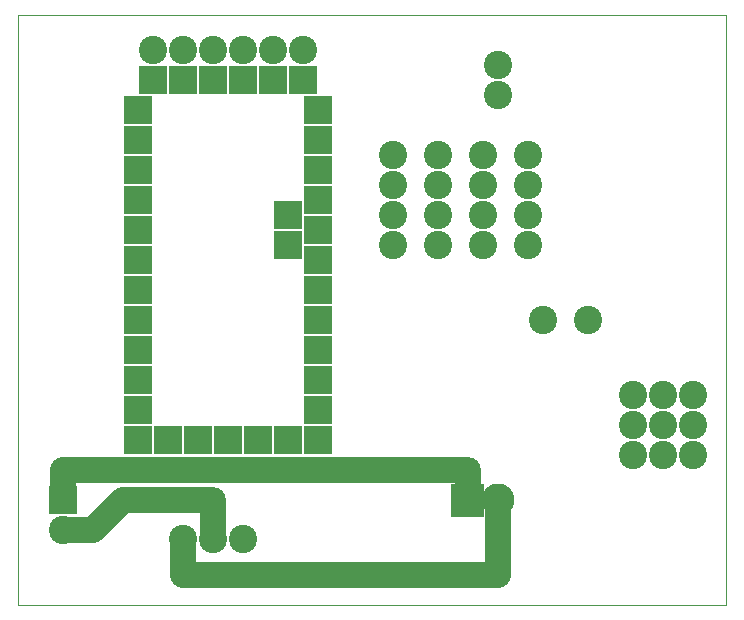
<source format=gbr>
%FSLAX34Y34*%
%MOMM*%
%LNSOLDERMASK_TOP*%
G71*
G01*
%ADD10C, 0.00*%
%ADD11C, 2.40*%
%ADD12C, 2.20*%
%ADD13C, 2.80*%
%LPD*%
G54D10*
X0Y500000D02*
X600000Y500000D01*
X600000Y0D01*
X0Y0D01*
X0Y500000D01*
X114300Y469900D02*
G54D11*
D03*
X139700Y469900D02*
G54D11*
D03*
X165100Y469900D02*
G54D11*
D03*
X190500Y469900D02*
G54D11*
D03*
X215900Y469900D02*
G54D11*
D03*
X241300Y469900D02*
G54D11*
D03*
G54D12*
X38100Y88900D02*
X38100Y114300D01*
X381000Y114300D01*
X381000Y88900D01*
G54D12*
X38100Y63500D02*
X63500Y63500D01*
X88900Y88900D01*
X165100Y88900D01*
X165100Y55900D01*
G54D12*
X139700Y55900D02*
X139700Y25400D01*
X406400Y25400D01*
X406400Y88900D01*
X406400Y457200D02*
G54D11*
D03*
X406400Y431800D02*
G54D11*
D03*
X406400Y457200D02*
G54D11*
D03*
X406400Y431800D02*
G54D11*
D03*
X571500Y177800D02*
G54D11*
D03*
X571500Y152400D02*
G54D11*
D03*
X38100Y88900D02*
G54D11*
D03*
X38100Y63500D02*
G54D11*
D03*
X139700Y55900D02*
G54D11*
D03*
X165100Y55900D02*
G54D11*
D03*
X190500Y55900D02*
G54D11*
D03*
X431800Y381000D02*
G54D11*
D03*
X431800Y355600D02*
G54D11*
D03*
X431800Y330200D02*
G54D11*
D03*
X431800Y304800D02*
G54D11*
D03*
X444500Y241300D02*
G54D11*
D03*
X482600Y241300D02*
G54D11*
D03*
X393700Y304800D02*
G54D11*
D03*
X393700Y330200D02*
G54D11*
D03*
X393700Y355600D02*
G54D11*
D03*
X393700Y381000D02*
G54D11*
D03*
X355600Y381000D02*
G54D11*
D03*
X355600Y355600D02*
G54D11*
D03*
X355600Y330200D02*
G54D11*
D03*
X355600Y304800D02*
G54D11*
D03*
X317500Y304800D02*
G54D11*
D03*
X317500Y330200D02*
G54D11*
D03*
X317500Y355600D02*
G54D11*
D03*
X317500Y381000D02*
G54D11*
D03*
G36*
X242000Y431100D02*
X266000Y431100D01*
X266000Y407100D01*
X242000Y407100D01*
X242000Y431100D01*
G37*
G36*
X242000Y405700D02*
X266000Y405700D01*
X266000Y381700D01*
X242000Y381700D01*
X242000Y405700D01*
G37*
G36*
X242000Y380300D02*
X266000Y380300D01*
X266000Y356300D01*
X242000Y356300D01*
X242000Y380300D01*
G37*
G36*
X242000Y354900D02*
X266000Y354900D01*
X266000Y330900D01*
X242000Y330900D01*
X242000Y354900D01*
G37*
G36*
X242000Y329500D02*
X266000Y329500D01*
X266000Y305500D01*
X242000Y305500D01*
X242000Y329500D01*
G37*
G36*
X216600Y342200D02*
X240600Y342200D01*
X240600Y318200D01*
X216600Y318200D01*
X216600Y342200D01*
G37*
G36*
X216600Y316800D02*
X240600Y316800D01*
X240600Y292800D01*
X216600Y292800D01*
X216600Y316800D01*
G37*
G36*
X242000Y304100D02*
X266000Y304100D01*
X266000Y280100D01*
X242000Y280100D01*
X242000Y304100D01*
G37*
G36*
X242000Y278700D02*
X266000Y278700D01*
X266000Y254700D01*
X242000Y254700D01*
X242000Y278700D01*
G37*
G36*
X242000Y253300D02*
X266000Y253300D01*
X266000Y229300D01*
X242000Y229300D01*
X242000Y253300D01*
G37*
G36*
X242000Y227900D02*
X266000Y227900D01*
X266000Y203900D01*
X242000Y203900D01*
X242000Y227900D01*
G37*
G36*
X242000Y202500D02*
X266000Y202500D01*
X266000Y178500D01*
X242000Y178500D01*
X242000Y202500D01*
G37*
G36*
X242000Y177100D02*
X266000Y177100D01*
X266000Y153100D01*
X242000Y153100D01*
X242000Y177100D01*
G37*
G36*
X242000Y151700D02*
X266000Y151700D01*
X266000Y127700D01*
X242000Y127700D01*
X242000Y151700D01*
G37*
G36*
X216600Y151700D02*
X240600Y151700D01*
X240600Y127700D01*
X216600Y127700D01*
X216600Y151700D01*
G37*
G36*
X191200Y151700D02*
X215200Y151700D01*
X215200Y127700D01*
X191200Y127700D01*
X191200Y151700D01*
G37*
G36*
X165800Y151700D02*
X189800Y151700D01*
X189800Y127700D01*
X165800Y127700D01*
X165800Y151700D01*
G37*
G36*
X140400Y151700D02*
X164400Y151700D01*
X164400Y127700D01*
X140400Y127700D01*
X140400Y151700D01*
G37*
G36*
X115000Y151700D02*
X139000Y151700D01*
X139000Y127700D01*
X115000Y127700D01*
X115000Y151700D01*
G37*
G36*
X89600Y151700D02*
X113600Y151700D01*
X113600Y127700D01*
X89600Y127700D01*
X89600Y151700D01*
G37*
G36*
X89600Y177100D02*
X113600Y177100D01*
X113600Y153100D01*
X89600Y153100D01*
X89600Y177100D01*
G37*
G36*
X89600Y202500D02*
X113600Y202500D01*
X113600Y178500D01*
X89600Y178500D01*
X89600Y202500D01*
G37*
G36*
X89600Y227900D02*
X113600Y227900D01*
X113600Y203900D01*
X89600Y203900D01*
X89600Y227900D01*
G37*
G36*
X89600Y253300D02*
X113600Y253300D01*
X113600Y229300D01*
X89600Y229300D01*
X89600Y253300D01*
G37*
G36*
X89600Y278700D02*
X113600Y278700D01*
X113600Y254700D01*
X89600Y254700D01*
X89600Y278700D01*
G37*
G36*
X89600Y304100D02*
X113600Y304100D01*
X113600Y280100D01*
X89600Y280100D01*
X89600Y304100D01*
G37*
G36*
X89600Y329500D02*
X113600Y329500D01*
X113600Y305500D01*
X89600Y305500D01*
X89600Y329500D01*
G37*
G36*
X89600Y354900D02*
X113600Y354900D01*
X113600Y330900D01*
X89600Y330900D01*
X89600Y354900D01*
G37*
G36*
X89600Y380300D02*
X113600Y380300D01*
X113600Y356300D01*
X89600Y356300D01*
X89600Y380300D01*
G37*
G36*
X89600Y405700D02*
X113600Y405700D01*
X113600Y381700D01*
X89600Y381700D01*
X89600Y405700D01*
G37*
G36*
X89600Y431100D02*
X113600Y431100D01*
X113600Y407100D01*
X89600Y407100D01*
X89600Y431100D01*
G37*
G36*
X102300Y456500D02*
X126300Y456500D01*
X126300Y432500D01*
X102300Y432500D01*
X102300Y456500D01*
G37*
G36*
X127700Y456500D02*
X151700Y456500D01*
X151700Y432500D01*
X127700Y432500D01*
X127700Y456500D01*
G37*
G36*
X153100Y456500D02*
X177100Y456500D01*
X177100Y432500D01*
X153100Y432500D01*
X153100Y456500D01*
G37*
G36*
X178500Y456500D02*
X202500Y456500D01*
X202500Y432500D01*
X178500Y432500D01*
X178500Y456500D01*
G37*
G36*
X203900Y456500D02*
X227900Y456500D01*
X227900Y432500D01*
X203900Y432500D01*
X203900Y456500D01*
G37*
G36*
X229300Y456500D02*
X253300Y456500D01*
X253300Y432500D01*
X229300Y432500D01*
X229300Y456500D01*
G37*
G36*
X26100Y100900D02*
X50100Y100900D01*
X50100Y76900D01*
X26100Y76900D01*
X26100Y100900D01*
G37*
X571500Y127000D02*
G54D11*
D03*
X546100Y127000D02*
G54D11*
D03*
X546100Y152400D02*
G54D11*
D03*
X546100Y177800D02*
G54D11*
D03*
X520700Y127000D02*
G54D11*
D03*
X520700Y152400D02*
G54D11*
D03*
X520700Y177800D02*
G54D11*
D03*
G36*
X367000Y102900D02*
X395000Y102900D01*
X395000Y74900D01*
X367000Y74900D01*
X367000Y102900D01*
G37*
X406400Y88900D02*
G54D13*
D03*
M02*

</source>
